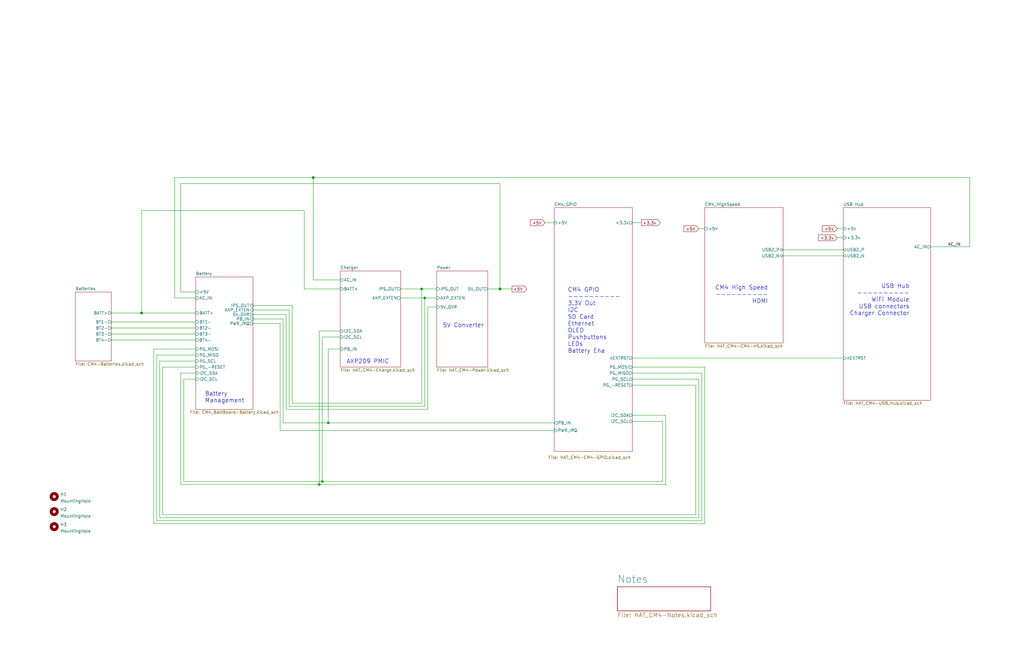
<source format=kicad_sch>
(kicad_sch (version 20211123) (generator eeschema)
  (paper "B")
  (title_block (title "ConnectBox CM4 for China Case ") (date "2022-07-24") (rev "1.8.4") (comment 1 "JRA"))
  (lib_symbols
    (symbol "Mechanical:MountingHole" (pin_names (offset 1.016))
      (property "Reference" "H" (at 0 5.08 0))
      (property "Value" "MountingHole" (at 0 3.175 0))
      (symbol "MountingHole_0_1"
        (circle (center 0 0) (radius 1.27) (stroke (width 1.27)))
      )
    )
  )
  (junction (at 134.62 204.47) (diameter 0.9144))
  (junction (at 132.08 74.93) (diameter 1.016))
  (junction (at 210.82 121.92) (diameter 1.016))
  (junction (at 179.07 125.73))
  (junction (at 135.89 203.2) (diameter 0.9144))
  (junction (at 177.8 121.92))
  (junction (at 59.69 132.08) (diameter 1.016))
  (junction (at 138.43 178.435))
  (wire (pts (xy 168.91 121.92) (xy 177.8 121.92)))
  (wire (pts (xy 177.8 170.18) (xy 177.8 121.92)))
  (wire (pts (xy 46.99 143.51) (xy 82.55 143.51)))
  (wire (pts (xy 138.43 178.435) (xy 233.68 178.435)))
  (wire (pts (xy 46.99 140.97) (xy 82.55 140.97)))
  (wire (pts (xy 77.47 160.02) (xy 77.47 203.2)))
  (wire (pts (xy 77.47 203.2) (xy 135.89 203.2)))
  (wire (pts (xy 82.55 160.02) (xy 77.47 160.02)))
  (wire (pts (xy 138.43 147.32) (xy 143.51 147.32)))
  (wire (pts (xy 68.58 154.94) (xy 68.58 217.17)))
  (wire (pts (xy 68.58 217.17) (xy 293.37 217.17)))
  (wire (pts (xy 82.55 154.94) (xy 68.58 154.94)))
  (wire (pts (xy 293.37 162.56) (xy 266.7 162.56)))
  (wire (pts (xy 293.37 217.17) (xy 293.37 162.56)))
  (wire (pts (xy 179.07 171.45) (xy 121.92 171.45)))
  (wire (pts (xy 106.68 130.81) (xy 121.92 130.81)))
  (wire (pts (xy 123.19 170.18) (xy 177.8 170.18)))
  (wire (pts (xy 76.2 77.47) (xy 76.2 123.19)))
  (wire (pts (xy 76.2 123.19) (xy 82.55 123.19)))
  (wire (pts (xy 210.82 77.47) (xy 76.2 77.47)))
  (wire (pts (xy 210.82 121.92) (xy 210.82 77.47)))
  (wire (pts (xy 46.99 138.43) (xy 82.55 138.43)))
  (wire (pts (xy 118.11 136.525) (xy 118.11 181.61)))
  (wire (pts (xy 353.06 100.33) (xy 355.6 100.33)))
  (wire (pts (xy 330.2 107.95) (xy 355.6 107.95)))
  (wire (pts (xy 353.06 96.52) (xy 355.6 96.52)))
  (wire (pts (xy 330.2 105.41) (xy 355.6 105.41)))
  (wire (pts (xy 210.82 121.92) (xy 215.9 121.92)))
  (wire (pts (xy 66.04 149.86) (xy 66.04 219.71)))
  (wire (pts (xy 66.04 219.71) (xy 295.91 219.71)))
  (wire (pts (xy 82.55 149.86) (xy 66.04 149.86)))
  (wire (pts (xy 295.91 157.48) (xy 266.7 157.48)))
  (wire (pts (xy 295.91 219.71) (xy 295.91 157.48)))
  (wire (pts (xy 266.7 151.13) (xy 355.6 151.13)))
  (wire (pts (xy 46.99 132.08) (xy 59.69 132.08)))
  (wire (pts (xy 59.69 132.08) (xy 82.55 132.08)))
  (wire (pts (xy 119.38 178.435) (xy 138.43 178.435)))
  (wire (pts (xy 118.11 181.61) (xy 233.68 181.61)))
  (wire (pts (xy 121.92 171.45) (xy 121.92 130.81)))
  (wire (pts (xy 73.66 74.93) (xy 73.66 125.73)))
  (wire (pts (xy 73.66 125.73) (xy 82.55 125.73)))
  (wire (pts (xy 132.08 74.93) (xy 73.66 74.93)))
  (wire (pts (xy 408.94 74.93) (xy 132.08 74.93)))
  (wire (pts (xy 408.94 104.14) (xy 408.94 74.93)))
  (wire (pts (xy 205.74 121.92) (xy 210.82 121.92)))
  (wire (pts (xy 106.68 132.715) (xy 120.65 132.715)))
  (wire (pts (xy 46.99 135.89) (xy 82.55 135.89)))
  (wire (pts (xy 135.89 142.24) (xy 143.51 142.24)))
  (wire (pts (xy 135.89 203.2) (xy 135.89 142.24)))
  (wire (pts (xy 266.7 177.8) (xy 279.4 177.8)))
  (wire (pts (xy 279.4 177.8) (xy 279.4 203.2)))
  (wire (pts (xy 279.4 203.2) (xy 135.89 203.2)))
  (wire (pts (xy 180.34 129.54) (xy 180.34 172.72)))
  (wire (pts (xy 168.91 125.73) (xy 179.07 125.73)))
  (wire (pts (xy 392.43 104.14) (xy 408.94 104.14)))
  (wire (pts (xy 67.31 152.4) (xy 82.55 152.4)))
  (wire (pts (xy 67.31 218.44) (xy 67.31 152.4)))
  (wire (pts (xy 266.7 160.02) (xy 294.64 160.02)))
  (wire (pts (xy 294.64 160.02) (xy 294.64 218.44)))
  (wire (pts (xy 294.64 218.44) (xy 67.31 218.44)))
  (wire (pts (xy 59.69 88.9) (xy 128.27 88.9)))
  (wire (pts (xy 59.69 132.08) (xy 59.69 88.9)))
  (wire (pts (xy 128.27 88.9) (xy 128.27 121.92)))
  (wire (pts (xy 138.43 178.435) (xy 138.43 147.32)))
  (wire (pts (xy 180.34 129.54) (xy 184.15 129.54)))
  (wire (pts (xy 184.15 125.73) (xy 179.07 125.73)))
  (wire (pts (xy 106.68 136.525) (xy 118.11 136.525)))
  (wire (pts (xy 64.77 147.32) (xy 82.55 147.32)))
  (wire (pts (xy 64.77 220.98) (xy 64.77 147.32)))
  (wire (pts (xy 266.7 154.94) (xy 297.18 154.94)))
  (wire (pts (xy 297.18 154.94) (xy 297.18 220.98)))
  (wire (pts (xy 297.18 220.98) (xy 64.77 220.98)))
  (wire (pts (xy 106.68 134.62) (xy 119.38 134.62)))
  (wire (pts (xy 123.19 128.905) (xy 123.19 170.18)))
  (wire (pts (xy 120.65 132.715) (xy 120.65 172.72)))
  (wire (pts (xy 128.27 121.92) (xy 143.51 121.92)))
  (wire (pts (xy 106.68 128.905) (xy 123.19 128.905)))
  (wire (pts (xy 76.2 157.48) (xy 82.55 157.48)))
  (wire (pts (xy 76.2 204.47) (xy 76.2 157.48)))
  (wire (pts (xy 134.62 204.47) (xy 76.2 204.47)))
  (wire (pts (xy 294.64 96.52) (xy 297.18 96.52)))
  (wire (pts (xy 266.7 93.98) (xy 270.51 93.98)))
  (wire (pts (xy 120.65 172.72) (xy 180.34 172.72)))
  (wire (pts (xy 179.07 125.73) (xy 179.07 171.45)))
  (wire (pts (xy 119.38 134.62) (xy 119.38 178.435)))
  (wire (pts (xy 132.08 74.93) (xy 132.08 118.11)))
  (wire (pts (xy 143.51 118.11) (xy 132.08 118.11)))
  (wire (pts (xy 229.87 93.98) (xy 233.68 93.98)))
  (wire (pts (xy 134.62 139.7) (xy 143.51 139.7)))
  (wire (pts (xy 134.62 204.47) (xy 134.62 139.7)))
  (wire (pts (xy 266.7 175.26) (xy 280.67 175.26)))
  (wire (pts (xy 280.67 175.26) (xy 280.67 204.47)))
  (wire (pts (xy 280.67 204.47) (xy 134.62 204.47)))
  (wire (pts (xy 177.8 121.92) (xy 184.15 121.92)))
  (text "USB Hub\n----------\nWiFi Module\nUSB connectors\nCharger Connector\n" (at 383.54 133.35 0) (effects (font (size 1.778 1.778)) (justify right bottom)))
  (text "Battery \nManagement" (at 86.36 170.18 0) (effects (font (size 1.778 1.778)) (justify left bottom)))
  (text "5V Converter" (at 186.69 138.43 0) (effects (font (size 1.778 1.778)) (justify left bottom)))
  (text "CM4 GPIO\n----------\n3.3V Out\nI2C\nSD Card\nEthernet\nOLED\nPushbuttons\nLEDs\nBattery Ena\n" (at 239.395 149.225 0) (effects (font (size 1.778 1.778)) (justify left bottom)))
  (text "CM4 High Speed\n----------\nHDMI\n" (at 323.85 128.27 180) (effects (font (size 1.778 1.778)) (justify right bottom)))
  (text "AXP209 PMIC" (at 146.05 153.67 0) (effects (font (size 1.778 1.778)) (justify left bottom)))
  (label "AC_IN" (at 405.13 104.14 180))
  (global_label "+3.3v" (shape input) (at 353.06 100.33 180) (property "Intersheet References" "${INTERSHEET_REFS}" (effects hide)))
  (global_label "+3.3v" (shape output) (at 270.51 93.98 0) (property "Intersheet References" "${INTERSHEET_REFS}" (effects hide)))
  (global_label "+5V" (shape input) (at 353.06 96.52 180) (property "Intersheet References" "${INTERSHEET_REFS}" (effects hide)))
  (global_label "+5V" (shape input) (at 229.87 93.98 180) (property "Intersheet References" "${INTERSHEET_REFS}" (effects hide)))
  (global_label "+5V" (shape output) (at 215.9 121.92 0) (property "Intersheet References" "${INTERSHEET_REFS}" (effects hide)))
  (global_label "+5V" (shape input) (at 294.64 96.52 180) (property "Intersheet References" "${INTERSHEET_REFS}" (effects hide)))
  (symbol (lib_id "Mechanical:MountingHole") (at 22.86 215.9 0) (unit 1)
    (property "Reference" "H2" (at 25.4001 214.9915 0) (effects (justify left)))
    (property "Value" "MountingHole" (at 25.4001 217.7666 0) (effects (justify left)))
    (property "Footprint" "CustomComponents:MountingHole_4.3mm_M4-A" (effects hide))
  )
  (symbol (lib_id "Mechanical:MountingHole") (at 22.86 222.25 0) (unit 1)
    (property "Reference" "H3" (at 25.4001 221.3415 0) (effects (justify left)))
    (property "Value" "MountingHole" (at 25.4001 224.1166 0) (effects (justify left)))
    (property "Footprint" "CustomComponents:MountingHole_4.3mm_M4-A" (effects hide))
  )
  (symbol (lib_id "Mechanical:MountingHole") (at 22.86 209.55 0) (unit 1)
    (property "Reference" "H1" (at 25.4001 208.6415 0) (effects (justify left)))
    (property "Value" "MountingHole" (at 25.4001 211.4166 0) (effects (justify left)))
    (property "Footprint" "CustomComponents:MountingHole_4.3mm_M4-A" (effects hide))
  )
  (sheet (at 260.35 247.65) (size 39.37 10.16)
    (property "Sheet name" "Notes" (at 260.35 246.1255 0) (effects (font (size 3.048 3.048)) (justify left bottom)))
    (property "Sheet file" "HAT_CM4-Notes.kicad_sch" (at 260.35 258.5217 0) (effects (font (size 1.778 1.778)) (justify left top)))
  )
  (sheet (at 143.51 114.3) (size 25.4 40.64) (stroke (width 0.0006))
    (property "Sheet name" "Charger" (at 143.51 113.6643 0) (effects (justify left bottom)))
    (property "Sheet file" "HAT_CM4-Charge.kicad_sch" (at 143.51 155.4487 0) (effects (justify left top)))
    (pin "I2C_SCL" input (at 143.51 142.24 180))
    (pin "I2C_SDA" input (at 143.51 139.7 180))
    (pin "BATT+" input (at 143.51 121.92 180))
    (pin "IPS_OUT" output (at 168.91 121.92 0))
    (pin "AC_IN" input (at 143.51 118.11 180))
    (pin "AXP_EXTEN" output (at 168.91 125.73 0))
    (pin "PB_IN" input (at 143.51 147.32 180))
  )
  (sheet (at 297.18 87.63) (size 33.02 57.15) (stroke (width 0.0006))
    (property "Sheet name" "CM4_HighSpeed" (at 297.18 86.9943 0) (effects (justify left bottom)))
    (property "Sheet file" "HAT_CM4-CM4-HS.kicad_sch" (at 297.18 145.2887 0) (effects (justify left top)))
    (pin "USB2_N" bidirectional (at 330.2 107.95 0))
    (pin "USB2_P" bidirectional (at 330.2 105.41 0))
    (pin "+5V" input (at 297.18 96.52 180))
  )
  (sheet (at 233.68 87.63) (size 33.02 102.87) (stroke (width 0.0006))
    (property "Sheet name" "CM4_GPIO" (at 233.68 86.9943 0) (effects (justify left bottom)))
    (property "Sheet file" "HAT_CM4-CM4-GPIO.kicad_sch" (at 231.14 192.2787 0) (effects (justify left top)))
    (pin "I2C_SCL" output (at 266.7 177.8 0))
    (pin "I2C_SDA" output (at 266.7 175.26 0))
    (pin "+3.3v" output (at 266.7 93.98 0))
    (pin "nEXTRST" output (at 266.7 151.13 0))
    (pin "+5V" input (at 233.68 93.98 180))
    (pin "PB_IN" output (at 233.68 178.435 180))
    (pin "PG_MOSI" output (at 266.7 154.94 0))
    (pin "PG_SCL" output (at 266.7 160.02 0))
    (pin "PG_MISO" output (at 266.7 157.48 0))
    (pin "PG_-RESET" output (at 266.7 162.56 0))
    (pin "PWR_IRQ" input (at 233.68 181.61 180))
  )
  (sheet (at 184.15 114.3) (size 21.59 40.64) (stroke (width 0.0006))
    (property "Sheet name" "Power" (at 184.15 113.6643 0) (effects (justify left bottom)))
    (property "Sheet file" "HAT_CM4-Power.kicad_sch" (at 184.15 155.4487 0) (effects (justify left top)))
    (pin "IPS_OUT" input (at 184.15 121.92 180))
    (pin "5V_OVR" input (at 184.15 129.54 180))
    (pin "5V_OUT" output (at 205.74 121.92 0))
    (pin "AXP_EXTEN" input (at 184.15 125.73 180))
  )
  (sheet (at 82.55 116.84) (size 24.13 55.88) (stroke (width 0.0006))
    (property "Sheet name" "Battery" (at 82.55 116.2043 0) (effects (justify left bottom)))
    (property "Sheet file" "CM4_BattBoard-Battery.kicad_sch" (at 80.01 173.2287 0) (effects (justify left top)))
    (pin "AC_IN" input (at 82.55 125.73 180))
    (pin "BT4-" input (at 82.55 143.51 180))
    (pin "BT2-" input (at 82.55 138.43 180))
    (pin "BT1-" input (at 82.55 135.89 180))
    (pin "BT3-" input (at 82.55 140.97 180))
    (pin "BATT+" input (at 82.55 132.08 180))
    (pin "PG_MISO" input (at 82.55 149.86 180))
    (pin "PG_SCL" input (at 82.55 152.4 180))
    (pin "PG_-RESET" input (at 82.55 154.94 180))
    (pin "I2C_SDA" input (at 82.55 157.48 180))
    (pin "I2C_SCL" input (at 82.55 160.02 180))
    (pin "+5V" input (at 82.55 123.19 180))
    (pin "PG_MOSI" input (at 82.55 147.32 180))
    (pin "5V_OVR" output (at 106.68 132.715 0))
    (pin "PWR_IRQ" output (at 106.68 136.525 0))
    (pin "AXP_EXTEN" input (at 106.68 130.81 0))
    (pin "PB_IN" input (at 106.68 134.62 0))
    (pin "IPS_OUT" input (at 106.68 128.905 0))
  )
  (sheet (at 31.75 123.19) (size 15.24 29.21) (stroke (width 0.0006))
    (property "Sheet name" "Batteries" (at 31.75 122.5543 0) (effects (justify left bottom)))
    (property "Sheet file" "CM4-Batteries.kicad_sch" (at 31.75 152.9087 0) (effects (justify left top)))
    (pin "BT3-" output (at 46.99 140.97 0))
    (pin "BT1-" output (at 46.99 135.89 0))
    (pin "BT4-" output (at 46.99 143.51 0))
    (pin "BT2-" output (at 46.99 138.43 0))
    (pin "BATT+" output (at 46.99 132.08 0))
  )
  (sheet (at 355.6 87.63) (size 36.83 81.28) (stroke (width 0.0006))
    (property "Sheet name" "USB Hub" (at 355.6 86.9943 0) (effects (justify left bottom)))
    (property "Sheet file" "HAT_CM4-USB_Hub.kicad_sch" (at 355.6 169.4187 0) (effects (justify left top)))
    (pin "+5V" input (at 355.6 96.52 180))
    (pin "USB2_P" bidirectional (at 355.6 105.41 180))
    (pin "USB2_N" bidirectional (at 355.6 107.95 180))
    (pin "+3.3v" input (at 355.6 100.33 180))
    (pin "nEXTRST" input (at 355.6 151.13 180))
    (pin "AC_IN" output (at 392.43 104.14 0))
  )
)
</source>
